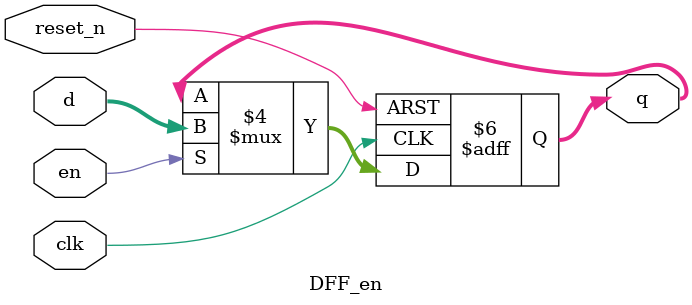
<source format=v>
module DFF_en(en,clk,reset_n, d, q);
input clk,reset_n,en;
parameter N=16;
input [N-1:0] d;
output reg [N-1:0] q;
always @(posedge clk,negedge reset_n)
begin
if (!reset_n)
q <= {N{1'b0}};
else
  if(en)
     q <= d;
  else
     q <= q;
end
endmodule
</source>
